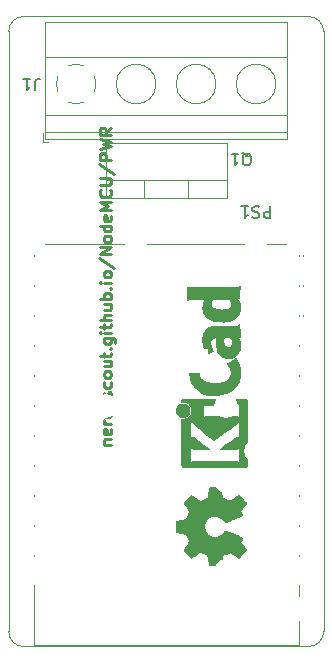
<source format=gbr>
%TF.GenerationSoftware,KiCad,Pcbnew,5.1.5+dfsg1-2~bpo10+1*%
%TF.CreationDate,2020-10-04T09:49:28+00:00*%
%TF.ProjectId,PWR,5057522e-6b69-4636-9164-5f7063625858,rev?*%
%TF.SameCoordinates,Original*%
%TF.FileFunction,Legend,Top*%
%TF.FilePolarity,Positive*%
%FSLAX45Y45*%
G04 Gerber Fmt 4.5, Leading zero omitted, Abs format (unit mm)*
G04 Created by KiCad (PCBNEW 5.1.5+dfsg1-2~bpo10+1) date 2020-10-04 09:49:28*
%MOMM*%
%LPD*%
G04 APERTURE LIST*
%ADD10C,0.250000*%
%ADD11C,0.120000*%
%ADD12C,0.010000*%
%ADD13C,0.150000*%
%ADD14O,2.000000X2.000000*%
%ADD15R,2.000000X2.000000*%
%ADD16R,2.100000X2.100000*%
%ADD17C,2.100000*%
%ADD18C,2.432000*%
%ADD19R,2.432000X2.432000*%
%ADD20O,2.100000X2.100000*%
%ADD21C,2.700000*%
%ADD22R,2.400000X2.700000*%
%ADD23C,2.000000*%
%ADD24O,2.305000X2.400000*%
%ADD25R,2.305000X2.400000*%
%ADD26C,3.000000*%
%ADD27R,3.000000X3.000000*%
G04 APERTURE END LIST*
D10*
X613571Y1074905D02*
X680238Y1074905D01*
X623095Y1074905D02*
X618333Y1079667D01*
X613571Y1089191D01*
X613571Y1103476D01*
X618333Y1113000D01*
X627857Y1117762D01*
X680238Y1117762D01*
X675476Y1203476D02*
X680238Y1193952D01*
X680238Y1174905D01*
X675476Y1165381D01*
X665952Y1160619D01*
X627857Y1160619D01*
X618333Y1165381D01*
X613571Y1174905D01*
X613571Y1193952D01*
X618333Y1203476D01*
X627857Y1208238D01*
X637381Y1208238D01*
X646905Y1160619D01*
X680238Y1251095D02*
X613571Y1251095D01*
X632619Y1251095D02*
X623095Y1255857D01*
X618333Y1260619D01*
X613571Y1270143D01*
X613571Y1279667D01*
X680238Y1355857D02*
X580238Y1355857D01*
X675476Y1355857D02*
X680238Y1346333D01*
X680238Y1327286D01*
X675476Y1317762D01*
X670714Y1313000D01*
X661190Y1308238D01*
X632619Y1308238D01*
X623095Y1313000D01*
X618333Y1317762D01*
X613571Y1327286D01*
X613571Y1346333D01*
X618333Y1355857D01*
X613571Y1393952D02*
X680238Y1417762D01*
X613571Y1441571D02*
X680238Y1417762D01*
X704048Y1408238D01*
X708809Y1403476D01*
X713571Y1393952D01*
X675476Y1474905D02*
X680238Y1484429D01*
X680238Y1503476D01*
X675476Y1513000D01*
X665952Y1517762D01*
X661190Y1517762D01*
X651667Y1513000D01*
X646905Y1503476D01*
X646905Y1489190D01*
X642143Y1479667D01*
X632619Y1474905D01*
X627857Y1474905D01*
X618333Y1479667D01*
X613571Y1489190D01*
X613571Y1503476D01*
X618333Y1513000D01*
X675476Y1603476D02*
X680238Y1593952D01*
X680238Y1574905D01*
X675476Y1565381D01*
X670714Y1560619D01*
X661190Y1555857D01*
X632619Y1555857D01*
X623095Y1560619D01*
X618333Y1565381D01*
X613571Y1574905D01*
X613571Y1593952D01*
X618333Y1603476D01*
X680238Y1660619D02*
X675476Y1651095D01*
X670714Y1646333D01*
X661190Y1641571D01*
X632619Y1641571D01*
X623095Y1646333D01*
X618333Y1651095D01*
X613571Y1660619D01*
X613571Y1674905D01*
X618333Y1684429D01*
X623095Y1689190D01*
X632619Y1693952D01*
X661190Y1693952D01*
X670714Y1689190D01*
X675476Y1684429D01*
X680238Y1674905D01*
X680238Y1660619D01*
X613571Y1779667D02*
X680238Y1779667D01*
X613571Y1736810D02*
X665952Y1736810D01*
X675476Y1741571D01*
X680238Y1751095D01*
X680238Y1765381D01*
X675476Y1774905D01*
X670714Y1779667D01*
X613571Y1813000D02*
X613571Y1851095D01*
X580238Y1827286D02*
X665952Y1827286D01*
X675476Y1832048D01*
X680238Y1841571D01*
X680238Y1851095D01*
X670714Y1884429D02*
X675476Y1889190D01*
X680238Y1884429D01*
X675476Y1879667D01*
X670714Y1884429D01*
X680238Y1884429D01*
X613571Y1974905D02*
X694524Y1974905D01*
X704048Y1970143D01*
X708809Y1965381D01*
X713571Y1955857D01*
X713571Y1941571D01*
X708809Y1932048D01*
X675476Y1974905D02*
X680238Y1965381D01*
X680238Y1946333D01*
X675476Y1936810D01*
X670714Y1932048D01*
X661190Y1927286D01*
X632619Y1927286D01*
X623095Y1932048D01*
X618333Y1936810D01*
X613571Y1946333D01*
X613571Y1965381D01*
X618333Y1974905D01*
X680238Y2022524D02*
X613571Y2022524D01*
X580238Y2022524D02*
X585000Y2017762D01*
X589762Y2022524D01*
X585000Y2027286D01*
X580238Y2022524D01*
X589762Y2022524D01*
X613571Y2055857D02*
X613571Y2093952D01*
X580238Y2070143D02*
X665952Y2070143D01*
X675476Y2074905D01*
X680238Y2084429D01*
X680238Y2093952D01*
X680238Y2127286D02*
X580238Y2127286D01*
X680238Y2170143D02*
X627857Y2170143D01*
X618333Y2165381D01*
X613571Y2155857D01*
X613571Y2141572D01*
X618333Y2132048D01*
X623095Y2127286D01*
X613571Y2260619D02*
X680238Y2260619D01*
X613571Y2217762D02*
X665952Y2217762D01*
X675476Y2222524D01*
X680238Y2232048D01*
X680238Y2246333D01*
X675476Y2255857D01*
X670714Y2260619D01*
X680238Y2308238D02*
X580238Y2308238D01*
X618333Y2308238D02*
X613571Y2317762D01*
X613571Y2336810D01*
X618333Y2346333D01*
X623095Y2351095D01*
X632619Y2355857D01*
X661190Y2355857D01*
X670714Y2351095D01*
X675476Y2346333D01*
X680238Y2336810D01*
X680238Y2317762D01*
X675476Y2308238D01*
X670714Y2398714D02*
X675476Y2403476D01*
X680238Y2398714D01*
X675476Y2393952D01*
X670714Y2398714D01*
X680238Y2398714D01*
X680238Y2446333D02*
X613571Y2446333D01*
X580238Y2446333D02*
X585000Y2441572D01*
X589762Y2446333D01*
X585000Y2451095D01*
X580238Y2446333D01*
X589762Y2446333D01*
X680238Y2508238D02*
X675476Y2498714D01*
X670714Y2493952D01*
X661190Y2489191D01*
X632619Y2489191D01*
X623095Y2493952D01*
X618333Y2498714D01*
X613571Y2508238D01*
X613571Y2522524D01*
X618333Y2532048D01*
X623095Y2536810D01*
X632619Y2541572D01*
X661190Y2541572D01*
X670714Y2536810D01*
X675476Y2532048D01*
X680238Y2522524D01*
X680238Y2508238D01*
X575476Y2655857D02*
X704048Y2570143D01*
X680238Y2689191D02*
X580238Y2689191D01*
X680238Y2746333D01*
X580238Y2746333D01*
X680238Y2808238D02*
X675476Y2798714D01*
X670714Y2793952D01*
X661190Y2789191D01*
X632619Y2789191D01*
X623095Y2793952D01*
X618333Y2798714D01*
X613571Y2808238D01*
X613571Y2822524D01*
X618333Y2832048D01*
X623095Y2836810D01*
X632619Y2841571D01*
X661190Y2841571D01*
X670714Y2836810D01*
X675476Y2832048D01*
X680238Y2822524D01*
X680238Y2808238D01*
X680238Y2927286D02*
X580238Y2927286D01*
X675476Y2927286D02*
X680238Y2917762D01*
X680238Y2898714D01*
X675476Y2889190D01*
X670714Y2884429D01*
X661190Y2879667D01*
X632619Y2879667D01*
X623095Y2884429D01*
X618333Y2889190D01*
X613571Y2898714D01*
X613571Y2917762D01*
X618333Y2927286D01*
X675476Y3013000D02*
X680238Y3003476D01*
X680238Y2984429D01*
X675476Y2974905D01*
X665952Y2970143D01*
X627857Y2970143D01*
X618333Y2974905D01*
X613571Y2984429D01*
X613571Y3003476D01*
X618333Y3013000D01*
X627857Y3017762D01*
X637381Y3017762D01*
X646905Y2970143D01*
X680238Y3060619D02*
X580238Y3060619D01*
X651667Y3093952D01*
X580238Y3127286D01*
X680238Y3127286D01*
X670714Y3232048D02*
X675476Y3227286D01*
X680238Y3213000D01*
X680238Y3203476D01*
X675476Y3189190D01*
X665952Y3179667D01*
X656429Y3174905D01*
X637381Y3170143D01*
X623095Y3170143D01*
X604048Y3174905D01*
X594524Y3179667D01*
X585000Y3189190D01*
X580238Y3203476D01*
X580238Y3213000D01*
X585000Y3227286D01*
X589762Y3232048D01*
X580238Y3274905D02*
X661190Y3274905D01*
X670714Y3279667D01*
X675476Y3284429D01*
X680238Y3293952D01*
X680238Y3313000D01*
X675476Y3322524D01*
X670714Y3327286D01*
X661190Y3332048D01*
X580238Y3332048D01*
X575476Y3451095D02*
X704048Y3365381D01*
X680238Y3484429D02*
X580238Y3484429D01*
X580238Y3522524D01*
X585000Y3532048D01*
X589762Y3536810D01*
X599286Y3541571D01*
X613571Y3541571D01*
X623095Y3536810D01*
X627857Y3532048D01*
X632619Y3522524D01*
X632619Y3484429D01*
X580238Y3574905D02*
X680238Y3598714D01*
X608810Y3617762D01*
X680238Y3636810D01*
X580238Y3660619D01*
X680238Y3755857D02*
X632619Y3722524D01*
X680238Y3698714D02*
X580238Y3698714D01*
X580238Y3736810D01*
X585000Y3746333D01*
X589762Y3751095D01*
X599286Y3755857D01*
X613571Y3755857D01*
X623095Y3751095D01*
X627857Y3746333D01*
X632619Y3736810D01*
X632619Y3698714D01*
D11*
X2476500Y-508000D02*
G75*
G02X2349500Y-635000I-127000J0D01*
G01*
X-190500Y4572000D02*
G75*
G02X-63500Y4699000I127000J0D01*
G01*
X-63500Y-635000D02*
G75*
G02X-190500Y-508000I0J127000D01*
G01*
X2349500Y4699000D02*
G75*
G02X2476500Y4572000I0J-127000D01*
G01*
X-190500Y4572000D02*
X-190500Y-508000D01*
X2349500Y4699000D02*
X-63500Y4699000D01*
X2476500Y-508000D02*
X2476500Y4572000D01*
X-63500Y-635000D02*
X2349500Y-635000D01*
X2300000Y2676500D02*
X2300000Y2076500D01*
X23000Y2773500D02*
X23000Y-620500D01*
X2267000Y2773500D02*
X2267000Y-620500D01*
X2267000Y-620500D02*
X23000Y-620500D01*
X23000Y2773500D02*
X2267000Y2773500D01*
D12*
G36*
X1227649Y1378392D02*
G01*
X1231224Y1388703D01*
X1236851Y1398302D01*
X1244529Y1406875D01*
X1254257Y1414107D01*
X1260389Y1417355D01*
X1268966Y1420167D01*
X1278868Y1421529D01*
X1289047Y1421379D01*
X1298271Y1419703D01*
X1309543Y1415124D01*
X1319321Y1408483D01*
X1327412Y1400119D01*
X1333623Y1390369D01*
X1337763Y1379570D01*
X1339640Y1368060D01*
X1339060Y1356177D01*
X1337821Y1350319D01*
X1333380Y1338903D01*
X1326603Y1328764D01*
X1317700Y1320146D01*
X1306879Y1313293D01*
X1305697Y1312714D01*
X1301263Y1310710D01*
X1297528Y1309451D01*
X1293588Y1308768D01*
X1288538Y1308490D01*
X1283043Y1308443D01*
X1276442Y1308520D01*
X1271669Y1308865D01*
X1267810Y1309652D01*
X1263951Y1311056D01*
X1260143Y1312788D01*
X1249333Y1319250D01*
X1240580Y1327207D01*
X1233884Y1336344D01*
X1229244Y1346346D01*
X1226658Y1356899D01*
X1226127Y1367686D01*
X1227649Y1378392D01*
G37*
X1227649Y1378392D02*
X1231224Y1388703D01*
X1236851Y1398302D01*
X1244529Y1406875D01*
X1254257Y1414107D01*
X1260389Y1417355D01*
X1268966Y1420167D01*
X1278868Y1421529D01*
X1289047Y1421379D01*
X1298271Y1419703D01*
X1309543Y1415124D01*
X1319321Y1408483D01*
X1327412Y1400119D01*
X1333623Y1390369D01*
X1337763Y1379570D01*
X1339640Y1368060D01*
X1339060Y1356177D01*
X1337821Y1350319D01*
X1333380Y1338903D01*
X1326603Y1328764D01*
X1317700Y1320146D01*
X1306879Y1313293D01*
X1305697Y1312714D01*
X1301263Y1310710D01*
X1297528Y1309451D01*
X1293588Y1308768D01*
X1288538Y1308490D01*
X1283043Y1308443D01*
X1276442Y1308520D01*
X1271669Y1308865D01*
X1267810Y1309652D01*
X1263951Y1311056D01*
X1260143Y1312788D01*
X1249333Y1319250D01*
X1240580Y1327207D01*
X1233884Y1336344D01*
X1229244Y1346346D01*
X1226658Y1356899D01*
X1226127Y1367686D01*
X1227649Y1378392D01*
G36*
X1319683Y2335227D02*
G01*
X1319730Y2346904D01*
X1319755Y2350873D01*
X1320114Y2405449D01*
X1529492Y2406135D01*
X1557884Y2406226D01*
X1583664Y2406306D01*
X1606965Y2406382D01*
X1627919Y2406457D01*
X1646662Y2406538D01*
X1663325Y2406629D01*
X1678042Y2406735D01*
X1690948Y2406862D01*
X1702174Y2407016D01*
X1711854Y2407200D01*
X1720123Y2407420D01*
X1727112Y2407682D01*
X1732956Y2407991D01*
X1737787Y2408351D01*
X1741740Y2408768D01*
X1744947Y2409247D01*
X1747542Y2409793D01*
X1749659Y2410412D01*
X1751430Y2411108D01*
X1752989Y2411887D01*
X1754469Y2412754D01*
X1756004Y2413714D01*
X1757728Y2414772D01*
X1758095Y2414988D01*
X1764303Y2418627D01*
X1763943Y2366043D01*
X1763584Y2313459D01*
X1752033Y2312773D01*
X1746490Y2312399D01*
X1743285Y2312010D01*
X1742013Y2311481D01*
X1742270Y2310690D01*
X1743002Y2310027D01*
X1745671Y2307137D01*
X1749102Y2302428D01*
X1752885Y2296562D01*
X1756609Y2290203D01*
X1759865Y2284015D01*
X1762008Y2279263D01*
X1765528Y2268132D01*
X1768022Y2255360D01*
X1769394Y2241890D01*
X1769549Y2228666D01*
X1768391Y2216631D01*
X1768357Y2216433D01*
X1764225Y2199964D01*
X1757641Y2184548D01*
X1748747Y2170333D01*
X1737685Y2157468D01*
X1724596Y2146101D01*
X1709622Y2136381D01*
X1692903Y2128457D01*
X1680519Y2124143D01*
X1670158Y2121298D01*
X1660125Y2119188D01*
X1649811Y2117749D01*
X1638606Y2116916D01*
X1625900Y2116625D01*
X1615525Y2116754D01*
X1615525Y2218065D01*
X1632922Y2218544D01*
X1647889Y2220057D01*
X1660560Y2222649D01*
X1671066Y2226366D01*
X1679541Y2231257D01*
X1686117Y2237366D01*
X1690766Y2244418D01*
X1692501Y2248087D01*
X1693542Y2251270D01*
X1694018Y2254818D01*
X1694060Y2259584D01*
X1693875Y2264719D01*
X1692984Y2274817D01*
X1691240Y2282804D01*
X1690366Y2285314D01*
X1687786Y2291045D01*
X1684545Y2297090D01*
X1682923Y2299730D01*
X1678420Y2306595D01*
X1535698Y2306595D01*
X1531172Y2299043D01*
X1526057Y2288512D01*
X1523032Y2277753D01*
X1522079Y2267158D01*
X1523181Y2257122D01*
X1526318Y2248039D01*
X1531474Y2240301D01*
X1533949Y2237804D01*
X1542058Y2231786D01*
X1551873Y2226915D01*
X1563564Y2223150D01*
X1577298Y2220451D01*
X1593244Y2218778D01*
X1611570Y2218088D01*
X1615525Y2218065D01*
X1615525Y2116754D01*
X1611207Y2116807D01*
X1588605Y2117965D01*
X1568219Y2120292D01*
X1549751Y2123850D01*
X1532905Y2128701D01*
X1517383Y2134906D01*
X1512781Y2137120D01*
X1497774Y2146039D01*
X1484438Y2156816D01*
X1472988Y2169199D01*
X1463639Y2182934D01*
X1456607Y2197768D01*
X1453706Y2206660D01*
X1451984Y2215393D01*
X1450959Y2225901D01*
X1450632Y2237303D01*
X1451001Y2248718D01*
X1452066Y2259265D01*
X1453737Y2267733D01*
X1457014Y2277813D01*
X1461228Y2287582D01*
X1465952Y2296130D01*
X1469158Y2300679D01*
X1471542Y2303817D01*
X1472994Y2306014D01*
X1473200Y2306514D01*
X1471872Y2306669D01*
X1468066Y2306814D01*
X1462052Y2306944D01*
X1454097Y2307058D01*
X1444471Y2307152D01*
X1433442Y2307223D01*
X1421278Y2307267D01*
X1408888Y2307281D01*
X1393020Y2307273D01*
X1379641Y2307234D01*
X1368496Y2307140D01*
X1359330Y2306968D01*
X1351885Y2306696D01*
X1345908Y2306300D01*
X1341140Y2305757D01*
X1337327Y2305044D01*
X1334213Y2304138D01*
X1331542Y2303017D01*
X1329058Y2301656D01*
X1326504Y2300033D01*
X1326188Y2299824D01*
X1322881Y2297731D01*
X1320607Y2296467D01*
X1320127Y2296297D01*
X1319976Y2297622D01*
X1319853Y2301400D01*
X1319760Y2307342D01*
X1319699Y2315154D01*
X1319673Y2324547D01*
X1319683Y2335227D01*
G37*
X1319683Y2335227D02*
X1319730Y2346904D01*
X1319755Y2350873D01*
X1320114Y2405449D01*
X1529492Y2406135D01*
X1557884Y2406226D01*
X1583664Y2406306D01*
X1606965Y2406382D01*
X1627919Y2406457D01*
X1646662Y2406538D01*
X1663325Y2406629D01*
X1678042Y2406735D01*
X1690948Y2406862D01*
X1702174Y2407016D01*
X1711854Y2407200D01*
X1720123Y2407420D01*
X1727112Y2407682D01*
X1732956Y2407991D01*
X1737787Y2408351D01*
X1741740Y2408768D01*
X1744947Y2409247D01*
X1747542Y2409793D01*
X1749659Y2410412D01*
X1751430Y2411108D01*
X1752989Y2411887D01*
X1754469Y2412754D01*
X1756004Y2413714D01*
X1757728Y2414772D01*
X1758095Y2414988D01*
X1764303Y2418627D01*
X1763943Y2366043D01*
X1763584Y2313459D01*
X1752033Y2312773D01*
X1746490Y2312399D01*
X1743285Y2312010D01*
X1742013Y2311481D01*
X1742270Y2310690D01*
X1743002Y2310027D01*
X1745671Y2307137D01*
X1749102Y2302428D01*
X1752885Y2296562D01*
X1756609Y2290203D01*
X1759865Y2284015D01*
X1762008Y2279263D01*
X1765528Y2268132D01*
X1768022Y2255360D01*
X1769394Y2241890D01*
X1769549Y2228666D01*
X1768391Y2216631D01*
X1768357Y2216433D01*
X1764225Y2199964D01*
X1757641Y2184548D01*
X1748747Y2170333D01*
X1737685Y2157468D01*
X1724596Y2146101D01*
X1709622Y2136381D01*
X1692903Y2128457D01*
X1680519Y2124143D01*
X1670158Y2121298D01*
X1660125Y2119188D01*
X1649811Y2117749D01*
X1638606Y2116916D01*
X1625900Y2116625D01*
X1615525Y2116754D01*
X1615525Y2218065D01*
X1632922Y2218544D01*
X1647889Y2220057D01*
X1660560Y2222649D01*
X1671066Y2226366D01*
X1679541Y2231257D01*
X1686117Y2237366D01*
X1690766Y2244418D01*
X1692501Y2248087D01*
X1693542Y2251270D01*
X1694018Y2254818D01*
X1694060Y2259584D01*
X1693875Y2264719D01*
X1692984Y2274817D01*
X1691240Y2282804D01*
X1690366Y2285314D01*
X1687786Y2291045D01*
X1684545Y2297090D01*
X1682923Y2299730D01*
X1678420Y2306595D01*
X1535698Y2306595D01*
X1531172Y2299043D01*
X1526057Y2288512D01*
X1523032Y2277753D01*
X1522079Y2267158D01*
X1523181Y2257122D01*
X1526318Y2248039D01*
X1531474Y2240301D01*
X1533949Y2237804D01*
X1542058Y2231786D01*
X1551873Y2226915D01*
X1563564Y2223150D01*
X1577298Y2220451D01*
X1593244Y2218778D01*
X1611570Y2218088D01*
X1615525Y2218065D01*
X1615525Y2116754D01*
X1611207Y2116807D01*
X1588605Y2117965D01*
X1568219Y2120292D01*
X1549751Y2123850D01*
X1532905Y2128701D01*
X1517383Y2134906D01*
X1512781Y2137120D01*
X1497774Y2146039D01*
X1484438Y2156816D01*
X1472988Y2169199D01*
X1463639Y2182934D01*
X1456607Y2197768D01*
X1453706Y2206660D01*
X1451984Y2215393D01*
X1450959Y2225901D01*
X1450632Y2237303D01*
X1451001Y2248718D01*
X1452066Y2259265D01*
X1453737Y2267733D01*
X1457014Y2277813D01*
X1461228Y2287582D01*
X1465952Y2296130D01*
X1469158Y2300679D01*
X1471542Y2303817D01*
X1472994Y2306014D01*
X1473200Y2306514D01*
X1471872Y2306669D01*
X1468066Y2306814D01*
X1462052Y2306944D01*
X1454097Y2307058D01*
X1444471Y2307152D01*
X1433442Y2307223D01*
X1421278Y2307267D01*
X1408888Y2307281D01*
X1393020Y2307273D01*
X1379641Y2307234D01*
X1368496Y2307140D01*
X1359330Y2306968D01*
X1351885Y2306696D01*
X1345908Y2306300D01*
X1341140Y2305757D01*
X1337327Y2305044D01*
X1334213Y2304138D01*
X1331542Y2303017D01*
X1329058Y2301656D01*
X1326504Y2300033D01*
X1326188Y2299824D01*
X1322881Y2297731D01*
X1320607Y2296467D01*
X1320127Y2296297D01*
X1319976Y2297622D01*
X1319853Y2301400D01*
X1319760Y2307342D01*
X1319699Y2315154D01*
X1319673Y2324547D01*
X1319683Y2335227D01*
G36*
X1450423Y1967750D02*
G01*
X1450938Y1974553D01*
X1453527Y1994016D01*
X1457657Y2011253D01*
X1463385Y2026347D01*
X1470767Y2039382D01*
X1479861Y2050443D01*
X1490722Y2059613D01*
X1503408Y2066977D01*
X1517135Y2072354D01*
X1521514Y2073719D01*
X1525614Y2074907D01*
X1529657Y2075933D01*
X1533863Y2076811D01*
X1538453Y2077555D01*
X1543648Y2078178D01*
X1549668Y2078695D01*
X1556735Y2079120D01*
X1565069Y2079466D01*
X1574890Y2079748D01*
X1586420Y2079980D01*
X1599880Y2080176D01*
X1615489Y2080349D01*
X1633469Y2080514D01*
X1647568Y2080632D01*
X1744362Y2081427D01*
X1753677Y2086576D01*
X1758164Y2089014D01*
X1761650Y2090828D01*
X1763505Y2091693D01*
X1763631Y2091724D01*
X1763775Y2090401D01*
X1763907Y2086633D01*
X1764025Y2080718D01*
X1764124Y2072959D01*
X1764200Y2063654D01*
X1764250Y2053103D01*
X1764270Y2041608D01*
X1764270Y2040238D01*
X1764270Y1988751D01*
X1752600Y1988751D01*
X1747326Y1988663D01*
X1743293Y1988429D01*
X1741130Y1988092D01*
X1740930Y1987943D01*
X1741768Y1986580D01*
X1743969Y1983776D01*
X1747060Y1980130D01*
X1747132Y1980048D01*
X1752084Y1973396D01*
X1757057Y1964995D01*
X1761563Y1955794D01*
X1765111Y1946742D01*
X1766324Y1942757D01*
X1767864Y1934825D01*
X1768846Y1925093D01*
X1769258Y1914452D01*
X1769084Y1903791D01*
X1768311Y1894002D01*
X1767198Y1887151D01*
X1762265Y1870352D01*
X1755234Y1855228D01*
X1746193Y1841878D01*
X1735229Y1830401D01*
X1722430Y1820894D01*
X1707882Y1813456D01*
X1699054Y1810247D01*
X1690474Y1808236D01*
X1680174Y1806904D01*
X1669103Y1806287D01*
X1667492Y1806307D01*
X1667492Y1899165D01*
X1675718Y1899935D01*
X1682555Y1902499D01*
X1688897Y1907238D01*
X1690757Y1909058D01*
X1695785Y1915528D01*
X1699006Y1923007D01*
X1700565Y1931966D01*
X1700680Y1941401D01*
X1699922Y1950350D01*
X1698439Y1957202D01*
X1697325Y1960177D01*
X1694290Y1965541D01*
X1690022Y1971223D01*
X1685232Y1976408D01*
X1680630Y1980278D01*
X1678942Y1981305D01*
X1676578Y1982104D01*
X1672817Y1982672D01*
X1667298Y1983036D01*
X1659664Y1983221D01*
X1652398Y1983259D01*
X1643927Y1983233D01*
X1637802Y1983129D01*
X1633623Y1982904D01*
X1630990Y1982521D01*
X1629503Y1981936D01*
X1628764Y1981112D01*
X1628646Y1980857D01*
X1628283Y1978640D01*
X1627987Y1974268D01*
X1627783Y1968331D01*
X1627698Y1961420D01*
X1627698Y1959919D01*
X1627846Y1950680D01*
X1628284Y1943543D01*
X1629074Y1937872D01*
X1630227Y1933187D01*
X1634621Y1921567D01*
X1640024Y1912454D01*
X1646522Y1905770D01*
X1654200Y1901436D01*
X1663147Y1899373D01*
X1667492Y1899165D01*
X1667492Y1806307D01*
X1658213Y1806424D01*
X1648454Y1807353D01*
X1644510Y1808078D01*
X1629870Y1812704D01*
X1616399Y1819738D01*
X1604228Y1829048D01*
X1593485Y1840501D01*
X1584299Y1853964D01*
X1576800Y1869304D01*
X1572246Y1882346D01*
X1569853Y1891062D01*
X1567994Y1899400D01*
X1566608Y1907898D01*
X1565635Y1917096D01*
X1565014Y1927536D01*
X1564685Y1939757D01*
X1564592Y1950805D01*
X1564503Y1983568D01*
X1554655Y1982940D01*
X1543969Y1981158D01*
X1534785Y1977367D01*
X1527331Y1971728D01*
X1521836Y1964403D01*
X1519155Y1957953D01*
X1517465Y1948712D01*
X1517223Y1937711D01*
X1518338Y1925466D01*
X1520721Y1912491D01*
X1524283Y1899304D01*
X1528934Y1886420D01*
X1533188Y1877057D01*
X1535373Y1872552D01*
X1536898Y1869116D01*
X1537494Y1867368D01*
X1537475Y1867273D01*
X1536141Y1866670D01*
X1532607Y1865164D01*
X1527210Y1862898D01*
X1520290Y1860011D01*
X1512184Y1856648D01*
X1503912Y1853228D01*
X1470780Y1839559D01*
X1469183Y1849282D01*
X1468382Y1853496D01*
X1467036Y1859832D01*
X1465268Y1867746D01*
X1463200Y1876695D01*
X1460953Y1886137D01*
X1460040Y1889897D01*
X1456267Y1906164D01*
X1453439Y1920405D01*
X1451497Y1933153D01*
X1450385Y1944938D01*
X1450046Y1956294D01*
X1450423Y1967750D01*
G37*
X1450423Y1967750D02*
X1450938Y1974553D01*
X1453527Y1994016D01*
X1457657Y2011253D01*
X1463385Y2026347D01*
X1470767Y2039382D01*
X1479861Y2050443D01*
X1490722Y2059613D01*
X1503408Y2066977D01*
X1517135Y2072354D01*
X1521514Y2073719D01*
X1525614Y2074907D01*
X1529657Y2075933D01*
X1533863Y2076811D01*
X1538453Y2077555D01*
X1543648Y2078178D01*
X1549668Y2078695D01*
X1556735Y2079120D01*
X1565069Y2079466D01*
X1574890Y2079748D01*
X1586420Y2079980D01*
X1599880Y2080176D01*
X1615489Y2080349D01*
X1633469Y2080514D01*
X1647568Y2080632D01*
X1744362Y2081427D01*
X1753677Y2086576D01*
X1758164Y2089014D01*
X1761650Y2090828D01*
X1763505Y2091693D01*
X1763631Y2091724D01*
X1763775Y2090401D01*
X1763907Y2086633D01*
X1764025Y2080718D01*
X1764124Y2072959D01*
X1764200Y2063654D01*
X1764250Y2053103D01*
X1764270Y2041608D01*
X1764270Y2040238D01*
X1764270Y1988751D01*
X1752600Y1988751D01*
X1747326Y1988663D01*
X1743293Y1988429D01*
X1741130Y1988092D01*
X1740930Y1987943D01*
X1741768Y1986580D01*
X1743969Y1983776D01*
X1747060Y1980130D01*
X1747132Y1980048D01*
X1752084Y1973396D01*
X1757057Y1964995D01*
X1761563Y1955794D01*
X1765111Y1946742D01*
X1766324Y1942757D01*
X1767864Y1934825D01*
X1768846Y1925093D01*
X1769258Y1914452D01*
X1769084Y1903791D01*
X1768311Y1894002D01*
X1767198Y1887151D01*
X1762265Y1870352D01*
X1755234Y1855228D01*
X1746193Y1841878D01*
X1735229Y1830401D01*
X1722430Y1820894D01*
X1707882Y1813456D01*
X1699054Y1810247D01*
X1690474Y1808236D01*
X1680174Y1806904D01*
X1669103Y1806287D01*
X1667492Y1806307D01*
X1667492Y1899165D01*
X1675718Y1899935D01*
X1682555Y1902499D01*
X1688897Y1907238D01*
X1690757Y1909058D01*
X1695785Y1915528D01*
X1699006Y1923007D01*
X1700565Y1931966D01*
X1700680Y1941401D01*
X1699922Y1950350D01*
X1698439Y1957202D01*
X1697325Y1960177D01*
X1694290Y1965541D01*
X1690022Y1971223D01*
X1685232Y1976408D01*
X1680630Y1980278D01*
X1678942Y1981305D01*
X1676578Y1982104D01*
X1672817Y1982672D01*
X1667298Y1983036D01*
X1659664Y1983221D01*
X1652398Y1983259D01*
X1643927Y1983233D01*
X1637802Y1983129D01*
X1633623Y1982904D01*
X1630990Y1982521D01*
X1629503Y1981936D01*
X1628764Y1981112D01*
X1628646Y1980857D01*
X1628283Y1978640D01*
X1627987Y1974268D01*
X1627783Y1968331D01*
X1627698Y1961420D01*
X1627698Y1959919D01*
X1627846Y1950680D01*
X1628284Y1943543D01*
X1629074Y1937872D01*
X1630227Y1933187D01*
X1634621Y1921567D01*
X1640024Y1912454D01*
X1646522Y1905770D01*
X1654200Y1901436D01*
X1663147Y1899373D01*
X1667492Y1899165D01*
X1667492Y1806307D01*
X1658213Y1806424D01*
X1648454Y1807353D01*
X1644510Y1808078D01*
X1629870Y1812704D01*
X1616399Y1819738D01*
X1604228Y1829048D01*
X1593485Y1840501D01*
X1584299Y1853964D01*
X1576800Y1869304D01*
X1572246Y1882346D01*
X1569853Y1891062D01*
X1567994Y1899400D01*
X1566608Y1907898D01*
X1565635Y1917096D01*
X1565014Y1927536D01*
X1564685Y1939757D01*
X1564592Y1950805D01*
X1564503Y1983568D01*
X1554655Y1982940D01*
X1543969Y1981158D01*
X1534785Y1977367D01*
X1527331Y1971728D01*
X1521836Y1964403D01*
X1519155Y1957953D01*
X1517465Y1948712D01*
X1517223Y1937711D01*
X1518338Y1925466D01*
X1520721Y1912491D01*
X1524283Y1899304D01*
X1528934Y1886420D01*
X1533188Y1877057D01*
X1535373Y1872552D01*
X1536898Y1869116D01*
X1537494Y1867368D01*
X1537475Y1867273D01*
X1536141Y1866670D01*
X1532607Y1865164D01*
X1527210Y1862898D01*
X1520290Y1860011D01*
X1512184Y1856648D01*
X1503912Y1853228D01*
X1470780Y1839559D01*
X1469183Y1849282D01*
X1468382Y1853496D01*
X1467036Y1859832D01*
X1465268Y1867746D01*
X1463200Y1876695D01*
X1460953Y1886137D01*
X1460040Y1889897D01*
X1456267Y1906164D01*
X1453439Y1920405D01*
X1451497Y1933153D01*
X1450385Y1944938D01*
X1450046Y1956294D01*
X1450423Y1967750D01*
G36*
X1340050Y1694996D02*
G01*
X1341671Y1709801D01*
X1344572Y1724145D01*
X1348905Y1738611D01*
X1354820Y1753782D01*
X1362470Y1770243D01*
X1363952Y1773207D01*
X1367303Y1780010D01*
X1370321Y1786426D01*
X1372717Y1791821D01*
X1374202Y1795564D01*
X1374390Y1796139D01*
X1376040Y1801649D01*
X1411920Y1776985D01*
X1420689Y1770955D01*
X1428701Y1765442D01*
X1435684Y1760634D01*
X1441365Y1756717D01*
X1445472Y1753879D01*
X1447735Y1752309D01*
X1448093Y1752054D01*
X1447344Y1751017D01*
X1445092Y1748466D01*
X1441746Y1744856D01*
X1439855Y1742864D01*
X1430878Y1731577D01*
X1424056Y1718901D01*
X1420319Y1707978D01*
X1419146Y1701421D01*
X1418431Y1693212D01*
X1418187Y1684314D01*
X1418429Y1675696D01*
X1419168Y1668320D01*
X1419735Y1665378D01*
X1424298Y1652113D01*
X1431266Y1640161D01*
X1440626Y1629528D01*
X1452365Y1620225D01*
X1466470Y1612260D01*
X1482929Y1605643D01*
X1501728Y1600381D01*
X1517822Y1597253D01*
X1524926Y1596437D01*
X1534105Y1595881D01*
X1544697Y1595580D01*
X1556043Y1595528D01*
X1567485Y1595720D01*
X1578362Y1596150D01*
X1588014Y1596814D01*
X1595783Y1597705D01*
X1596982Y1597898D01*
X1616289Y1602150D01*
X1633377Y1607943D01*
X1648322Y1615313D01*
X1661201Y1624295D01*
X1668164Y1630671D01*
X1677617Y1642129D01*
X1684625Y1654694D01*
X1689148Y1668156D01*
X1691148Y1682301D01*
X1690588Y1696918D01*
X1687430Y1711795D01*
X1684339Y1720591D01*
X1678151Y1732763D01*
X1669273Y1745308D01*
X1663269Y1752335D01*
X1659795Y1756281D01*
X1657245Y1759381D01*
X1656017Y1761146D01*
X1655979Y1761365D01*
X1657235Y1762152D01*
X1660552Y1764193D01*
X1665646Y1767313D01*
X1672233Y1771339D01*
X1680029Y1776096D01*
X1688749Y1781410D01*
X1693607Y1784369D01*
X1730721Y1806965D01*
X1744664Y1778753D01*
X1749672Y1768552D01*
X1753621Y1760289D01*
X1756707Y1753458D01*
X1759127Y1747554D01*
X1761076Y1742071D01*
X1762750Y1736506D01*
X1764346Y1730352D01*
X1765748Y1724454D01*
X1766833Y1719211D01*
X1767653Y1713729D01*
X1768253Y1707457D01*
X1768679Y1699848D01*
X1768977Y1690352D01*
X1769105Y1683951D01*
X1769193Y1674819D01*
X1769149Y1666063D01*
X1768985Y1658261D01*
X1768715Y1651994D01*
X1768350Y1647841D01*
X1768314Y1647595D01*
X1763649Y1626030D01*
X1756573Y1605779D01*
X1747091Y1586849D01*
X1735209Y1569248D01*
X1720930Y1552982D01*
X1704259Y1538058D01*
X1689443Y1527250D01*
X1670050Y1515743D01*
X1649570Y1506442D01*
X1627838Y1499301D01*
X1604691Y1494276D01*
X1579964Y1491320D01*
X1554856Y1490389D01*
X1530567Y1491155D01*
X1508157Y1493561D01*
X1487248Y1497685D01*
X1467461Y1503603D01*
X1448420Y1511390D01*
X1446447Y1512320D01*
X1428006Y1522565D01*
X1410458Y1535147D01*
X1394165Y1549711D01*
X1379491Y1565900D01*
X1366800Y1583358D01*
X1357491Y1599624D01*
X1350199Y1616057D01*
X1344917Y1632525D01*
X1341502Y1649665D01*
X1339808Y1668115D01*
X1339558Y1679146D01*
X1340050Y1694996D01*
G37*
X1340050Y1694996D02*
X1341671Y1709801D01*
X1344572Y1724145D01*
X1348905Y1738611D01*
X1354820Y1753782D01*
X1362470Y1770243D01*
X1363952Y1773207D01*
X1367303Y1780010D01*
X1370321Y1786426D01*
X1372717Y1791821D01*
X1374202Y1795564D01*
X1374390Y1796139D01*
X1376040Y1801649D01*
X1411920Y1776985D01*
X1420689Y1770955D01*
X1428701Y1765442D01*
X1435684Y1760634D01*
X1441365Y1756717D01*
X1445472Y1753879D01*
X1447735Y1752309D01*
X1448093Y1752054D01*
X1447344Y1751017D01*
X1445092Y1748466D01*
X1441746Y1744856D01*
X1439855Y1742864D01*
X1430878Y1731577D01*
X1424056Y1718901D01*
X1420319Y1707978D01*
X1419146Y1701421D01*
X1418431Y1693212D01*
X1418187Y1684314D01*
X1418429Y1675696D01*
X1419168Y1668320D01*
X1419735Y1665378D01*
X1424298Y1652113D01*
X1431266Y1640161D01*
X1440626Y1629528D01*
X1452365Y1620225D01*
X1466470Y1612260D01*
X1482929Y1605643D01*
X1501728Y1600381D01*
X1517822Y1597253D01*
X1524926Y1596437D01*
X1534105Y1595881D01*
X1544697Y1595580D01*
X1556043Y1595528D01*
X1567485Y1595720D01*
X1578362Y1596150D01*
X1588014Y1596814D01*
X1595783Y1597705D01*
X1596982Y1597898D01*
X1616289Y1602150D01*
X1633377Y1607943D01*
X1648322Y1615313D01*
X1661201Y1624295D01*
X1668164Y1630671D01*
X1677617Y1642129D01*
X1684625Y1654694D01*
X1689148Y1668156D01*
X1691148Y1682301D01*
X1690588Y1696918D01*
X1687430Y1711795D01*
X1684339Y1720591D01*
X1678151Y1732763D01*
X1669273Y1745308D01*
X1663269Y1752335D01*
X1659795Y1756281D01*
X1657245Y1759381D01*
X1656017Y1761146D01*
X1655979Y1761365D01*
X1657235Y1762152D01*
X1660552Y1764193D01*
X1665646Y1767313D01*
X1672233Y1771339D01*
X1680029Y1776096D01*
X1688749Y1781410D01*
X1693607Y1784369D01*
X1730721Y1806965D01*
X1744664Y1778753D01*
X1749672Y1768552D01*
X1753621Y1760289D01*
X1756707Y1753458D01*
X1759127Y1747554D01*
X1761076Y1742071D01*
X1762750Y1736506D01*
X1764346Y1730352D01*
X1765748Y1724454D01*
X1766833Y1719211D01*
X1767653Y1713729D01*
X1768253Y1707457D01*
X1768679Y1699848D01*
X1768977Y1690352D01*
X1769105Y1683951D01*
X1769193Y1674819D01*
X1769149Y1666063D01*
X1768985Y1658261D01*
X1768715Y1651994D01*
X1768350Y1647841D01*
X1768314Y1647595D01*
X1763649Y1626030D01*
X1756573Y1605779D01*
X1747091Y1586849D01*
X1735209Y1569248D01*
X1720930Y1552982D01*
X1704259Y1538058D01*
X1689443Y1527250D01*
X1670050Y1515743D01*
X1649570Y1506442D01*
X1627838Y1499301D01*
X1604691Y1494276D01*
X1579964Y1491320D01*
X1554856Y1490389D01*
X1530567Y1491155D01*
X1508157Y1493561D01*
X1487248Y1497685D01*
X1467461Y1503603D01*
X1448420Y1511390D01*
X1446447Y1512320D01*
X1428006Y1522565D01*
X1410458Y1535147D01*
X1394165Y1549711D01*
X1379491Y1565900D01*
X1366800Y1583358D01*
X1357491Y1599624D01*
X1350199Y1616057D01*
X1344917Y1632525D01*
X1341502Y1649665D01*
X1339808Y1668115D01*
X1339558Y1679146D01*
X1340050Y1694996D01*
G36*
X1271369Y1055426D02*
G01*
X1271373Y1081878D01*
X1271373Y1094191D01*
X1271373Y1291281D01*
X1282991Y1291281D01*
X1297129Y1292521D01*
X1310168Y1296264D01*
X1322186Y1302542D01*
X1333260Y1311391D01*
X1336251Y1314384D01*
X1344735Y1325153D01*
X1350922Y1337028D01*
X1354816Y1349654D01*
X1356419Y1362680D01*
X1355734Y1375754D01*
X1352764Y1388521D01*
X1347512Y1400630D01*
X1339980Y1411729D01*
X1335436Y1416713D01*
X1324295Y1426002D01*
X1312044Y1432813D01*
X1298822Y1437087D01*
X1284769Y1438765D01*
X1283387Y1438788D01*
X1271373Y1438876D01*
X1271373Y1444156D01*
X1272009Y1448840D01*
X1273556Y1453118D01*
X1273715Y1453401D01*
X1274217Y1454367D01*
X1274607Y1455255D01*
X1275001Y1456066D01*
X1275511Y1456806D01*
X1276251Y1457475D01*
X1277335Y1458079D01*
X1278877Y1458620D01*
X1280991Y1459101D01*
X1283790Y1459525D01*
X1287388Y1459897D01*
X1291899Y1460218D01*
X1297436Y1460492D01*
X1304114Y1460723D01*
X1312045Y1460913D01*
X1321345Y1461066D01*
X1332126Y1461185D01*
X1344502Y1461273D01*
X1358587Y1461333D01*
X1374495Y1461369D01*
X1392340Y1461383D01*
X1412234Y1461380D01*
X1434293Y1461362D01*
X1458629Y1461332D01*
X1485357Y1461294D01*
X1514590Y1461251D01*
X1546442Y1461205D01*
X1550323Y1461200D01*
X1582378Y1461160D01*
X1611801Y1461125D01*
X1638706Y1461093D01*
X1663205Y1461060D01*
X1685414Y1461022D01*
X1705445Y1460976D01*
X1723412Y1460917D01*
X1739429Y1460843D01*
X1753610Y1460749D01*
X1766068Y1460633D01*
X1776917Y1460489D01*
X1786271Y1460316D01*
X1794243Y1460108D01*
X1800947Y1459862D01*
X1806497Y1459576D01*
X1811007Y1459244D01*
X1814589Y1458864D01*
X1817359Y1458431D01*
X1819429Y1457942D01*
X1820914Y1457394D01*
X1821926Y1456783D01*
X1822580Y1456105D01*
X1822989Y1455356D01*
X1823268Y1454533D01*
X1823529Y1453633D01*
X1823886Y1452650D01*
X1823995Y1452411D01*
X1824240Y1451656D01*
X1824464Y1450394D01*
X1824670Y1448514D01*
X1824857Y1445905D01*
X1825027Y1442458D01*
X1825180Y1438061D01*
X1825318Y1432606D01*
X1825440Y1425981D01*
X1825548Y1418077D01*
X1825643Y1408784D01*
X1825725Y1397990D01*
X1825795Y1385586D01*
X1825854Y1371462D01*
X1825902Y1355508D01*
X1825942Y1337613D01*
X1825972Y1317667D01*
X1825995Y1295560D01*
X1826011Y1271181D01*
X1826020Y1244421D01*
X1826024Y1215170D01*
X1826024Y1183316D01*
X1826023Y1172998D01*
X1826018Y1140438D01*
X1826009Y1110512D01*
X1825996Y1083109D01*
X1825978Y1058118D01*
X1825955Y1035426D01*
X1825924Y1014923D01*
X1825886Y996496D01*
X1825839Y980035D01*
X1825783Y965427D01*
X1825716Y952562D01*
X1825639Y941328D01*
X1825549Y931613D01*
X1825446Y923305D01*
X1825330Y916294D01*
X1825199Y910467D01*
X1825052Y905713D01*
X1824890Y901921D01*
X1824709Y898979D01*
X1824511Y896775D01*
X1824294Y895199D01*
X1824056Y894138D01*
X1823839Y893560D01*
X1823406Y892532D01*
X1823086Y891588D01*
X1822766Y890724D01*
X1822334Y889938D01*
X1821674Y889225D01*
X1820675Y888582D01*
X1819221Y888005D01*
X1817200Y887491D01*
X1814498Y887036D01*
X1811002Y886636D01*
X1806598Y886289D01*
X1801172Y885990D01*
X1794612Y885735D01*
X1786802Y885522D01*
X1777631Y885347D01*
X1766984Y885205D01*
X1762897Y885168D01*
X1762897Y921812D01*
X1762897Y1051327D01*
X1759122Y1048835D01*
X1755242Y1046355D01*
X1751547Y1044256D01*
X1747779Y1042506D01*
X1743679Y1041077D01*
X1738988Y1039938D01*
X1733449Y1039059D01*
X1726802Y1038410D01*
X1718788Y1037962D01*
X1709150Y1037685D01*
X1697629Y1037549D01*
X1683966Y1037523D01*
X1667902Y1037579D01*
X1661938Y1037611D01*
X1598004Y1037967D01*
X1653145Y1078470D01*
X1668788Y1089945D01*
X1682409Y1099886D01*
X1694189Y1108401D01*
X1704308Y1115598D01*
X1712948Y1121583D01*
X1720287Y1126465D01*
X1726508Y1130351D01*
X1731789Y1133347D01*
X1736312Y1135561D01*
X1740258Y1137101D01*
X1743806Y1138073D01*
X1747137Y1138586D01*
X1750431Y1138747D01*
X1753870Y1138662D01*
X1754302Y1138641D01*
X1762903Y1138195D01*
X1762897Y1280131D01*
X1752252Y1269574D01*
X1749341Y1266709D01*
X1746508Y1263991D01*
X1743597Y1261301D01*
X1740452Y1258520D01*
X1736917Y1255528D01*
X1732835Y1252205D01*
X1728051Y1248434D01*
X1722408Y1244094D01*
X1715749Y1239066D01*
X1707919Y1233231D01*
X1698762Y1226470D01*
X1688120Y1218663D01*
X1675839Y1209691D01*
X1661760Y1199435D01*
X1645730Y1187776D01*
X1632580Y1178219D01*
X1616060Y1166225D01*
X1601615Y1155762D01*
X1589109Y1146735D01*
X1578405Y1139050D01*
X1569365Y1132611D01*
X1561853Y1127324D01*
X1555730Y1123094D01*
X1550861Y1119826D01*
X1547107Y1117426D01*
X1544332Y1115799D01*
X1542399Y1114849D01*
X1541170Y1114483D01*
X1540524Y1114593D01*
X1538805Y1115928D01*
X1535165Y1118813D01*
X1529822Y1123076D01*
X1522992Y1128542D01*
X1514890Y1135036D01*
X1505734Y1142384D01*
X1495739Y1150413D01*
X1485122Y1158949D01*
X1474100Y1167816D01*
X1462888Y1176841D01*
X1456724Y1181806D01*
X1456724Y1305063D01*
X1465992Y1310185D01*
X1475259Y1315308D01*
X1744362Y1315308D01*
X1753630Y1310185D01*
X1762897Y1305063D01*
X1762897Y1365660D01*
X1762893Y1380127D01*
X1762874Y1392076D01*
X1762831Y1401736D01*
X1762754Y1409336D01*
X1762633Y1415104D01*
X1762459Y1419270D01*
X1762223Y1422061D01*
X1761915Y1423706D01*
X1761525Y1424435D01*
X1761044Y1424474D01*
X1760462Y1424054D01*
X1760457Y1424050D01*
X1757953Y1422319D01*
X1753881Y1420026D01*
X1749817Y1418002D01*
X1741616Y1414162D01*
X1456724Y1413379D01*
X1456724Y1305063D01*
X1456724Y1181806D01*
X1451702Y1185851D01*
X1440760Y1194670D01*
X1430278Y1203125D01*
X1420471Y1211041D01*
X1411557Y1218244D01*
X1403750Y1224561D01*
X1397269Y1229817D01*
X1392329Y1233838D01*
X1389449Y1236200D01*
X1378678Y1245371D01*
X1368958Y1254194D01*
X1360608Y1262360D01*
X1353945Y1269559D01*
X1349860Y1274668D01*
X1345514Y1280709D01*
X1345514Y1141770D01*
X1353667Y1141809D01*
X1359661Y1141421D01*
X1365218Y1139961D01*
X1370486Y1137701D01*
X1373462Y1136232D01*
X1376410Y1134653D01*
X1379528Y1132819D01*
X1383009Y1130586D01*
X1387051Y1127809D01*
X1391849Y1124345D01*
X1397598Y1120049D01*
X1404494Y1114777D01*
X1412734Y1108385D01*
X1422512Y1100728D01*
X1434025Y1091662D01*
X1447469Y1081043D01*
X1448986Y1079843D01*
X1501941Y1037967D01*
X1443292Y1037562D01*
X1425725Y1037480D01*
X1410853Y1037498D01*
X1398627Y1037615D01*
X1388999Y1037833D01*
X1381918Y1038153D01*
X1377337Y1038574D01*
X1376468Y1038716D01*
X1367314Y1040941D01*
X1359061Y1043856D01*
X1352425Y1047182D01*
X1349611Y1049180D01*
X1345514Y1052628D01*
X1345514Y987209D01*
X1345527Y971603D01*
X1345570Y958553D01*
X1345649Y947869D01*
X1345768Y939360D01*
X1345932Y932836D01*
X1346146Y928108D01*
X1346416Y924984D01*
X1346746Y923275D01*
X1347142Y922791D01*
X1347230Y922825D01*
X1349323Y924211D01*
X1352641Y926527D01*
X1354319Y927725D01*
X1355994Y928963D01*
X1357492Y930076D01*
X1358959Y931071D01*
X1360545Y931955D01*
X1362396Y932734D01*
X1364659Y933416D01*
X1367481Y934008D01*
X1371011Y934517D01*
X1375396Y934950D01*
X1380782Y935313D01*
X1387318Y935614D01*
X1395150Y935860D01*
X1404427Y936058D01*
X1415295Y936214D01*
X1427901Y936337D01*
X1442394Y936432D01*
X1458921Y936507D01*
X1477628Y936569D01*
X1498663Y936625D01*
X1522175Y936681D01*
X1543774Y936734D01*
X1567853Y936784D01*
X1590827Y936810D01*
X1612549Y936813D01*
X1632872Y936793D01*
X1651650Y936751D01*
X1668734Y936688D01*
X1683980Y936604D01*
X1697240Y936501D01*
X1708368Y936378D01*
X1717216Y936237D01*
X1723637Y936077D01*
X1727486Y935901D01*
X1727893Y935868D01*
X1737225Y934653D01*
X1744719Y932757D01*
X1751259Y929870D01*
X1757729Y925681D01*
X1758435Y925157D01*
X1762897Y921812D01*
X1762897Y885168D01*
X1754748Y885095D01*
X1740809Y885011D01*
X1725054Y884950D01*
X1707369Y884909D01*
X1687641Y884885D01*
X1665756Y884873D01*
X1641601Y884870D01*
X1615061Y884873D01*
X1586025Y884878D01*
X1554377Y884881D01*
X1548095Y884881D01*
X1516114Y884883D01*
X1486766Y884889D01*
X1459939Y884900D01*
X1435520Y884917D01*
X1413396Y884940D01*
X1393454Y884972D01*
X1375582Y885011D01*
X1359667Y885061D01*
X1345597Y885120D01*
X1333258Y885191D01*
X1322538Y885274D01*
X1313324Y885369D01*
X1305504Y885479D01*
X1298964Y885603D01*
X1293593Y885742D01*
X1289277Y885898D01*
X1285904Y886071D01*
X1283361Y886263D01*
X1281535Y886473D01*
X1280313Y886703D01*
X1279584Y886954D01*
X1279566Y886964D01*
X1278452Y887481D01*
X1277443Y887911D01*
X1276535Y888388D01*
X1275721Y889042D01*
X1274998Y890006D01*
X1274359Y891413D01*
X1273799Y893394D01*
X1273313Y896081D01*
X1272897Y899607D01*
X1272544Y904103D01*
X1272249Y909703D01*
X1272008Y916537D01*
X1271814Y924739D01*
X1271664Y934439D01*
X1271551Y945772D01*
X1271470Y958868D01*
X1271417Y973859D01*
X1271385Y990879D01*
X1271370Y1010058D01*
X1271366Y1031530D01*
X1271369Y1055426D01*
G37*
X1271369Y1055426D02*
X1271373Y1081878D01*
X1271373Y1094191D01*
X1271373Y1291281D01*
X1282991Y1291281D01*
X1297129Y1292521D01*
X1310168Y1296264D01*
X1322186Y1302542D01*
X1333260Y1311391D01*
X1336251Y1314384D01*
X1344735Y1325153D01*
X1350922Y1337028D01*
X1354816Y1349654D01*
X1356419Y1362680D01*
X1355734Y1375754D01*
X1352764Y1388521D01*
X1347512Y1400630D01*
X1339980Y1411729D01*
X1335436Y1416713D01*
X1324295Y1426002D01*
X1312044Y1432813D01*
X1298822Y1437087D01*
X1284769Y1438765D01*
X1283387Y1438788D01*
X1271373Y1438876D01*
X1271373Y1444156D01*
X1272009Y1448840D01*
X1273556Y1453118D01*
X1273715Y1453401D01*
X1274217Y1454367D01*
X1274607Y1455255D01*
X1275001Y1456066D01*
X1275511Y1456806D01*
X1276251Y1457475D01*
X1277335Y1458079D01*
X1278877Y1458620D01*
X1280991Y1459101D01*
X1283790Y1459525D01*
X1287388Y1459897D01*
X1291899Y1460218D01*
X1297436Y1460492D01*
X1304114Y1460723D01*
X1312045Y1460913D01*
X1321345Y1461066D01*
X1332126Y1461185D01*
X1344502Y1461273D01*
X1358587Y1461333D01*
X1374495Y1461369D01*
X1392340Y1461383D01*
X1412234Y1461380D01*
X1434293Y1461362D01*
X1458629Y1461332D01*
X1485357Y1461294D01*
X1514590Y1461251D01*
X1546442Y1461205D01*
X1550323Y1461200D01*
X1582378Y1461160D01*
X1611801Y1461125D01*
X1638706Y1461093D01*
X1663205Y1461060D01*
X1685414Y1461022D01*
X1705445Y1460976D01*
X1723412Y1460917D01*
X1739429Y1460843D01*
X1753610Y1460749D01*
X1766068Y1460633D01*
X1776917Y1460489D01*
X1786271Y1460316D01*
X1794243Y1460108D01*
X1800947Y1459862D01*
X1806497Y1459576D01*
X1811007Y1459244D01*
X1814589Y1458864D01*
X1817359Y1458431D01*
X1819429Y1457942D01*
X1820914Y1457394D01*
X1821926Y1456783D01*
X1822580Y1456105D01*
X1822989Y1455356D01*
X1823268Y1454533D01*
X1823529Y1453633D01*
X1823886Y1452650D01*
X1823995Y1452411D01*
X1824240Y1451656D01*
X1824464Y1450394D01*
X1824670Y1448514D01*
X1824857Y1445905D01*
X1825027Y1442458D01*
X1825180Y1438061D01*
X1825318Y1432606D01*
X1825440Y1425981D01*
X1825548Y1418077D01*
X1825643Y1408784D01*
X1825725Y1397990D01*
X1825795Y1385586D01*
X1825854Y1371462D01*
X1825902Y1355508D01*
X1825942Y1337613D01*
X1825972Y1317667D01*
X1825995Y1295560D01*
X1826011Y1271181D01*
X1826020Y1244421D01*
X1826024Y1215170D01*
X1826024Y1183316D01*
X1826023Y1172998D01*
X1826018Y1140438D01*
X1826009Y1110512D01*
X1825996Y1083109D01*
X1825978Y1058118D01*
X1825955Y1035426D01*
X1825924Y1014923D01*
X1825886Y996496D01*
X1825839Y980035D01*
X1825783Y965427D01*
X1825716Y952562D01*
X1825639Y941328D01*
X1825549Y931613D01*
X1825446Y923305D01*
X1825330Y916294D01*
X1825199Y910467D01*
X1825052Y905713D01*
X1824890Y901921D01*
X1824709Y898979D01*
X1824511Y896775D01*
X1824294Y895199D01*
X1824056Y894138D01*
X1823839Y893560D01*
X1823406Y892532D01*
X1823086Y891588D01*
X1822766Y890724D01*
X1822334Y889938D01*
X1821674Y889225D01*
X1820675Y888582D01*
X1819221Y888005D01*
X1817200Y887491D01*
X1814498Y887036D01*
X1811002Y886636D01*
X1806598Y886289D01*
X1801172Y885990D01*
X1794612Y885735D01*
X1786802Y885522D01*
X1777631Y885347D01*
X1766984Y885205D01*
X1762897Y885168D01*
X1762897Y921812D01*
X1762897Y1051327D01*
X1759122Y1048835D01*
X1755242Y1046355D01*
X1751547Y1044256D01*
X1747779Y1042506D01*
X1743679Y1041077D01*
X1738988Y1039938D01*
X1733449Y1039059D01*
X1726802Y1038410D01*
X1718788Y1037962D01*
X1709150Y1037685D01*
X1697629Y1037549D01*
X1683966Y1037523D01*
X1667902Y1037579D01*
X1661938Y1037611D01*
X1598004Y1037967D01*
X1653145Y1078470D01*
X1668788Y1089945D01*
X1682409Y1099886D01*
X1694189Y1108401D01*
X1704308Y1115598D01*
X1712948Y1121583D01*
X1720287Y1126465D01*
X1726508Y1130351D01*
X1731789Y1133347D01*
X1736312Y1135561D01*
X1740258Y1137101D01*
X1743806Y1138073D01*
X1747137Y1138586D01*
X1750431Y1138747D01*
X1753870Y1138662D01*
X1754302Y1138641D01*
X1762903Y1138195D01*
X1762897Y1280131D01*
X1752252Y1269574D01*
X1749341Y1266709D01*
X1746508Y1263991D01*
X1743597Y1261301D01*
X1740452Y1258520D01*
X1736917Y1255528D01*
X1732835Y1252205D01*
X1728051Y1248434D01*
X1722408Y1244094D01*
X1715749Y1239066D01*
X1707919Y1233231D01*
X1698762Y1226470D01*
X1688120Y1218663D01*
X1675839Y1209691D01*
X1661760Y1199435D01*
X1645730Y1187776D01*
X1632580Y1178219D01*
X1616060Y1166225D01*
X1601615Y1155762D01*
X1589109Y1146735D01*
X1578405Y1139050D01*
X1569365Y1132611D01*
X1561853Y1127324D01*
X1555730Y1123094D01*
X1550861Y1119826D01*
X1547107Y1117426D01*
X1544332Y1115799D01*
X1542399Y1114849D01*
X1541170Y1114483D01*
X1540524Y1114593D01*
X1538805Y1115928D01*
X1535165Y1118813D01*
X1529822Y1123076D01*
X1522992Y1128542D01*
X1514890Y1135036D01*
X1505734Y1142384D01*
X1495739Y1150413D01*
X1485122Y1158949D01*
X1474100Y1167816D01*
X1462888Y1176841D01*
X1456724Y1181806D01*
X1456724Y1305063D01*
X1465992Y1310185D01*
X1475259Y1315308D01*
X1744362Y1315308D01*
X1753630Y1310185D01*
X1762897Y1305063D01*
X1762897Y1365660D01*
X1762893Y1380127D01*
X1762874Y1392076D01*
X1762831Y1401736D01*
X1762754Y1409336D01*
X1762633Y1415104D01*
X1762459Y1419270D01*
X1762223Y1422061D01*
X1761915Y1423706D01*
X1761525Y1424435D01*
X1761044Y1424474D01*
X1760462Y1424054D01*
X1760457Y1424050D01*
X1757953Y1422319D01*
X1753881Y1420026D01*
X1749817Y1418002D01*
X1741616Y1414162D01*
X1456724Y1413379D01*
X1456724Y1305063D01*
X1456724Y1181806D01*
X1451702Y1185851D01*
X1440760Y1194670D01*
X1430278Y1203125D01*
X1420471Y1211041D01*
X1411557Y1218244D01*
X1403750Y1224561D01*
X1397269Y1229817D01*
X1392329Y1233838D01*
X1389449Y1236200D01*
X1378678Y1245371D01*
X1368958Y1254194D01*
X1360608Y1262360D01*
X1353945Y1269559D01*
X1349860Y1274668D01*
X1345514Y1280709D01*
X1345514Y1141770D01*
X1353667Y1141809D01*
X1359661Y1141421D01*
X1365218Y1139961D01*
X1370486Y1137701D01*
X1373462Y1136232D01*
X1376410Y1134653D01*
X1379528Y1132819D01*
X1383009Y1130586D01*
X1387051Y1127809D01*
X1391849Y1124345D01*
X1397598Y1120049D01*
X1404494Y1114777D01*
X1412734Y1108385D01*
X1422512Y1100728D01*
X1434025Y1091662D01*
X1447469Y1081043D01*
X1448986Y1079843D01*
X1501941Y1037967D01*
X1443292Y1037562D01*
X1425725Y1037480D01*
X1410853Y1037498D01*
X1398627Y1037615D01*
X1388999Y1037833D01*
X1381918Y1038153D01*
X1377337Y1038574D01*
X1376468Y1038716D01*
X1367314Y1040941D01*
X1359061Y1043856D01*
X1352425Y1047182D01*
X1349611Y1049180D01*
X1345514Y1052628D01*
X1345514Y987209D01*
X1345527Y971603D01*
X1345570Y958553D01*
X1345649Y947869D01*
X1345768Y939360D01*
X1345932Y932836D01*
X1346146Y928108D01*
X1346416Y924984D01*
X1346746Y923275D01*
X1347142Y922791D01*
X1347230Y922825D01*
X1349323Y924211D01*
X1352641Y926527D01*
X1354319Y927725D01*
X1355994Y928963D01*
X1357492Y930076D01*
X1358959Y931071D01*
X1360545Y931955D01*
X1362396Y932734D01*
X1364659Y933416D01*
X1367481Y934008D01*
X1371011Y934517D01*
X1375396Y934950D01*
X1380782Y935313D01*
X1387318Y935614D01*
X1395150Y935860D01*
X1404427Y936058D01*
X1415295Y936214D01*
X1427901Y936337D01*
X1442394Y936432D01*
X1458921Y936507D01*
X1477628Y936569D01*
X1498663Y936625D01*
X1522175Y936681D01*
X1543774Y936734D01*
X1567853Y936784D01*
X1590827Y936810D01*
X1612549Y936813D01*
X1632872Y936793D01*
X1651650Y936751D01*
X1668734Y936688D01*
X1683980Y936604D01*
X1697240Y936501D01*
X1708368Y936378D01*
X1717216Y936237D01*
X1723637Y936077D01*
X1727486Y935901D01*
X1727893Y935868D01*
X1737225Y934653D01*
X1744719Y932757D01*
X1751259Y929870D01*
X1757729Y925681D01*
X1758435Y925157D01*
X1762897Y921812D01*
X1762897Y885168D01*
X1754748Y885095D01*
X1740809Y885011D01*
X1725054Y884950D01*
X1707369Y884909D01*
X1687641Y884885D01*
X1665756Y884873D01*
X1641601Y884870D01*
X1615061Y884873D01*
X1586025Y884878D01*
X1554377Y884881D01*
X1548095Y884881D01*
X1516114Y884883D01*
X1486766Y884889D01*
X1459939Y884900D01*
X1435520Y884917D01*
X1413396Y884940D01*
X1393454Y884972D01*
X1375582Y885011D01*
X1359667Y885061D01*
X1345597Y885120D01*
X1333258Y885191D01*
X1322538Y885274D01*
X1313324Y885369D01*
X1305504Y885479D01*
X1298964Y885603D01*
X1293593Y885742D01*
X1289277Y885898D01*
X1285904Y886071D01*
X1283361Y886263D01*
X1281535Y886473D01*
X1280313Y886703D01*
X1279584Y886954D01*
X1279566Y886964D01*
X1278452Y887481D01*
X1277443Y887911D01*
X1276535Y888388D01*
X1275721Y889042D01*
X1274998Y890006D01*
X1274359Y891413D01*
X1273799Y893394D01*
X1273313Y896081D01*
X1272897Y899607D01*
X1272544Y904103D01*
X1272249Y909703D01*
X1272008Y916537D01*
X1271814Y924739D01*
X1271664Y934439D01*
X1271551Y945772D01*
X1271470Y958868D01*
X1271417Y973859D01*
X1271385Y990879D01*
X1271370Y1010058D01*
X1271366Y1031530D01*
X1271369Y1055426D01*
D11*
X957900Y3165500D02*
X957900Y3316500D01*
X1328000Y3165500D02*
X1328000Y3316500D01*
X1655000Y3316500D02*
X631000Y3316500D01*
X631000Y3165500D02*
X631000Y3629600D01*
X1655000Y3165500D02*
X1655000Y3629600D01*
X1655000Y3629600D02*
X631000Y3629600D01*
X1655000Y3165500D02*
X631000Y3165500D01*
X97000Y3637500D02*
X147000Y3637500D01*
X97000Y3711500D02*
X97000Y3637500D01*
X1782300Y4025200D02*
X1777600Y4020600D01*
X2012000Y4255000D02*
X2008500Y4251400D01*
X1801600Y4003600D02*
X1798100Y4000100D01*
X2032500Y4234400D02*
X2027800Y4229800D01*
X1274300Y4025200D02*
X1269600Y4020600D01*
X1504000Y4255000D02*
X1500500Y4251400D01*
X1293600Y4003600D02*
X1290100Y4000100D01*
X1524500Y4234400D02*
X1519800Y4229800D01*
X766300Y4025200D02*
X761600Y4020600D01*
X996000Y4255000D02*
X992500Y4251400D01*
X785600Y4003600D02*
X782100Y4000100D01*
X1016500Y4234400D02*
X1011800Y4229800D01*
X2165000Y4653600D02*
X2165000Y3661500D01*
X121000Y4653600D02*
X121000Y3661500D01*
X121000Y3661500D02*
X2165000Y3661500D01*
X121000Y4653600D02*
X2165000Y4653600D01*
X121000Y4357600D02*
X2165000Y4357600D01*
X121000Y3867500D02*
X2165000Y3867500D01*
X121000Y3717500D02*
X2165000Y3717500D01*
X2073000Y4127500D02*
G75*
G03X2073000Y4127500I-168000J0D01*
G01*
X1565000Y4127500D02*
G75*
G03X1565000Y4127500I-168000J0D01*
G01*
X1057000Y4127500D02*
G75*
G03X1057000Y4127500I-168000J0D01*
G01*
X383880Y3959475D02*
G75*
G02X312600Y3974000I-2881J168025D01*
G01*
X227457Y4059196D02*
G75*
G02X227500Y4195900I153543J68304D01*
G01*
X312696Y4281043D02*
G75*
G02X449400Y4281000I68304J-153543D01*
G01*
X534543Y4195804D02*
G75*
G02X534500Y4059100I-153543J-68304D01*
G01*
X449332Y3974024D02*
G75*
G02X381000Y3959500I-68332J153476D01*
G01*
D12*
G36*
X1270893Y436581D02*
G01*
X1315356Y444963D01*
X1328105Y475892D01*
X1340855Y506821D01*
X1315625Y543925D01*
X1308600Y554316D01*
X1302327Y563709D01*
X1297094Y571665D01*
X1293186Y577747D01*
X1290889Y581516D01*
X1290394Y582542D01*
X1291668Y584391D01*
X1295188Y588342D01*
X1300506Y593952D01*
X1307172Y600779D01*
X1314735Y608379D01*
X1322747Y616309D01*
X1330757Y624128D01*
X1338316Y631391D01*
X1344975Y637656D01*
X1350282Y642480D01*
X1353789Y645421D01*
X1354962Y646124D01*
X1357126Y645112D01*
X1361866Y642276D01*
X1368719Y637913D01*
X1377222Y632322D01*
X1386909Y625801D01*
X1392435Y622022D01*
X1402525Y615134D01*
X1411630Y609014D01*
X1419297Y603958D01*
X1425073Y600263D01*
X1428504Y598226D01*
X1429225Y597920D01*
X1431275Y598614D01*
X1436051Y600505D01*
X1442883Y603309D01*
X1451099Y606739D01*
X1460027Y610511D01*
X1468996Y614339D01*
X1477334Y617937D01*
X1484369Y621021D01*
X1489431Y623304D01*
X1491847Y624502D01*
X1491942Y624572D01*
X1492404Y626453D01*
X1493433Y631462D01*
X1494929Y639079D01*
X1496790Y648787D01*
X1498916Y660064D01*
X1500142Y666644D01*
X1502436Y678695D01*
X1504619Y689580D01*
X1506572Y698748D01*
X1508175Y705648D01*
X1509308Y709730D01*
X1509667Y710551D01*
X1512101Y711355D01*
X1517596Y712003D01*
X1525511Y712497D01*
X1535203Y712836D01*
X1546029Y713022D01*
X1557346Y713054D01*
X1568513Y712933D01*
X1578887Y712659D01*
X1587824Y712233D01*
X1594683Y711655D01*
X1598820Y710927D01*
X1599681Y710489D01*
X1600713Y707876D01*
X1602189Y702339D01*
X1603935Y694611D01*
X1605778Y685423D01*
X1606374Y682216D01*
X1609207Y666752D01*
X1611488Y654538D01*
X1613308Y645167D01*
X1614758Y638238D01*
X1615929Y633347D01*
X1616911Y630090D01*
X1617796Y628063D01*
X1618672Y626863D01*
X1618846Y626695D01*
X1621637Y625018D01*
X1627069Y622461D01*
X1634478Y619279D01*
X1643196Y615726D01*
X1652561Y612058D01*
X1661905Y608531D01*
X1670565Y605400D01*
X1677874Y602919D01*
X1683168Y601345D01*
X1685781Y600933D01*
X1685873Y600968D01*
X1688009Y602364D01*
X1692708Y605532D01*
X1699483Y610139D01*
X1707842Y615852D01*
X1717298Y622337D01*
X1719985Y624184D01*
X1729727Y630770D01*
X1738616Y636565D01*
X1746141Y641254D01*
X1751792Y644521D01*
X1755058Y646050D01*
X1755459Y646124D01*
X1757568Y644839D01*
X1761746Y641289D01*
X1767544Y635929D01*
X1774513Y629217D01*
X1782204Y621609D01*
X1790168Y613560D01*
X1797956Y605529D01*
X1805119Y597970D01*
X1811207Y591341D01*
X1815772Y586097D01*
X1818365Y582696D01*
X1818788Y581755D01*
X1817791Y579564D01*
X1815102Y575080D01*
X1811174Y569032D01*
X1808012Y564379D01*
X1802210Y555948D01*
X1795378Y545963D01*
X1788558Y535947D01*
X1784907Y530563D01*
X1772580Y512337D01*
X1780852Y497038D01*
X1784476Y490068D01*
X1787293Y484141D01*
X1788899Y480131D01*
X1789123Y479110D01*
X1787472Y477883D01*
X1782808Y475461D01*
X1775561Y472026D01*
X1766161Y467759D01*
X1755037Y462839D01*
X1742621Y457449D01*
X1729343Y451768D01*
X1715633Y445978D01*
X1701920Y440259D01*
X1688636Y434792D01*
X1676210Y429758D01*
X1665072Y425338D01*
X1655654Y421712D01*
X1648384Y419061D01*
X1643694Y417566D01*
X1642083Y417325D01*
X1640029Y419231D01*
X1636693Y423404D01*
X1632770Y428971D01*
X1632460Y429438D01*
X1620942Y443826D01*
X1607505Y455428D01*
X1592578Y464143D01*
X1576591Y469870D01*
X1559974Y472509D01*
X1543155Y471958D01*
X1526565Y468119D01*
X1510634Y460889D01*
X1507149Y458763D01*
X1493074Y447700D01*
X1481771Y434630D01*
X1473300Y420006D01*
X1467719Y404281D01*
X1465087Y387906D01*
X1465463Y371333D01*
X1468905Y355016D01*
X1475472Y339407D01*
X1485223Y324957D01*
X1489181Y320487D01*
X1501570Y309111D01*
X1514612Y300822D01*
X1529231Y295136D01*
X1543709Y291969D01*
X1559986Y291187D01*
X1576344Y293794D01*
X1592230Y299525D01*
X1607091Y308114D01*
X1620373Y319299D01*
X1631526Y332812D01*
X1632701Y334588D01*
X1636551Y340215D01*
X1639886Y344492D01*
X1642016Y346537D01*
X1642083Y346567D01*
X1644387Y346128D01*
X1649616Y344388D01*
X1657339Y341527D01*
X1667127Y337727D01*
X1678549Y333167D01*
X1691176Y328030D01*
X1704577Y322496D01*
X1718322Y316746D01*
X1731981Y310960D01*
X1745124Y305320D01*
X1757320Y300006D01*
X1768141Y295199D01*
X1777155Y291080D01*
X1783932Y287830D01*
X1788043Y285630D01*
X1789123Y284744D01*
X1788282Y282036D01*
X1786027Y276970D01*
X1782761Y270418D01*
X1780852Y266816D01*
X1772580Y251517D01*
X1784907Y233291D01*
X1791223Y223987D01*
X1798173Y213801D01*
X1804716Y204256D01*
X1808012Y199475D01*
X1812527Y192750D01*
X1816106Y187056D01*
X1818294Y183135D01*
X1818756Y181862D01*
X1817508Y180008D01*
X1814025Y175906D01*
X1808668Y169953D01*
X1801798Y162546D01*
X1793778Y154084D01*
X1788629Y148732D01*
X1779429Y139368D01*
X1771200Y131276D01*
X1764294Y124782D01*
X1759064Y120214D01*
X1755862Y117899D01*
X1755212Y117677D01*
X1752739Y118708D01*
X1747740Y121556D01*
X1740721Y125906D01*
X1732187Y131442D01*
X1722646Y137848D01*
X1719985Y139670D01*
X1710317Y146307D01*
X1701612Y152262D01*
X1694359Y157202D01*
X1689049Y160793D01*
X1686170Y162702D01*
X1685873Y162886D01*
X1683578Y162611D01*
X1678534Y161146D01*
X1671404Y158749D01*
X1662855Y155673D01*
X1653551Y152176D01*
X1644157Y148511D01*
X1635340Y144934D01*
X1627763Y141701D01*
X1622093Y139066D01*
X1618994Y137286D01*
X1618846Y137159D01*
X1617960Y136071D01*
X1617084Y134232D01*
X1616128Y131239D01*
X1615000Y126690D01*
X1613609Y120179D01*
X1611866Y111304D01*
X1609680Y99661D01*
X1606959Y84846D01*
X1606374Y81638D01*
X1604537Y72131D01*
X1602740Y63843D01*
X1601157Y57507D01*
X1599960Y53854D01*
X1599681Y53364D01*
X1597207Y52557D01*
X1591679Y51901D01*
X1583739Y51397D01*
X1574030Y51044D01*
X1563194Y50844D01*
X1551874Y50796D01*
X1540713Y50902D01*
X1530353Y51162D01*
X1521437Y51575D01*
X1514607Y52144D01*
X1510507Y52867D01*
X1509667Y53303D01*
X1508821Y55730D01*
X1507443Y61257D01*
X1505655Y69334D01*
X1503575Y79409D01*
X1501322Y90932D01*
X1500142Y97210D01*
X1497915Y109121D01*
X1495898Y119743D01*
X1494191Y128557D01*
X1492897Y135043D01*
X1492115Y138683D01*
X1491942Y139282D01*
X1489989Y140294D01*
X1485284Y142434D01*
X1478500Y145416D01*
X1470309Y148956D01*
X1461383Y152767D01*
X1452393Y156565D01*
X1444013Y160064D01*
X1436915Y162979D01*
X1431769Y165026D01*
X1429250Y165918D01*
X1429140Y165934D01*
X1427152Y164923D01*
X1422578Y162088D01*
X1415872Y157728D01*
X1407488Y152139D01*
X1397883Y145621D01*
X1392365Y141832D01*
X1382248Y134928D01*
X1373063Y128795D01*
X1365274Y123734D01*
X1359347Y120043D01*
X1355745Y118022D01*
X1354938Y117730D01*
X1353058Y118985D01*
X1349046Y122454D01*
X1343349Y127694D01*
X1336419Y134262D01*
X1328703Y141714D01*
X1320653Y149609D01*
X1312716Y157502D01*
X1305344Y164950D01*
X1298985Y171511D01*
X1294089Y176740D01*
X1291106Y180196D01*
X1290394Y181352D01*
X1291395Y183235D01*
X1294208Y187737D01*
X1298545Y194421D01*
X1304122Y202850D01*
X1310651Y212586D01*
X1315625Y219929D01*
X1340855Y257033D01*
X1315356Y318891D01*
X1270893Y327273D01*
X1226431Y335655D01*
X1226431Y428199D01*
X1270893Y436581D01*
G37*
X1270893Y436581D02*
X1315356Y444963D01*
X1328105Y475892D01*
X1340855Y506821D01*
X1315625Y543925D01*
X1308600Y554316D01*
X1302327Y563709D01*
X1297094Y571665D01*
X1293186Y577747D01*
X1290889Y581516D01*
X1290394Y582542D01*
X1291668Y584391D01*
X1295188Y588342D01*
X1300506Y593952D01*
X1307172Y600779D01*
X1314735Y608379D01*
X1322747Y616309D01*
X1330757Y624128D01*
X1338316Y631391D01*
X1344975Y637656D01*
X1350282Y642480D01*
X1353789Y645421D01*
X1354962Y646124D01*
X1357126Y645112D01*
X1361866Y642276D01*
X1368719Y637913D01*
X1377222Y632322D01*
X1386909Y625801D01*
X1392435Y622022D01*
X1402525Y615134D01*
X1411630Y609014D01*
X1419297Y603958D01*
X1425073Y600263D01*
X1428504Y598226D01*
X1429225Y597920D01*
X1431275Y598614D01*
X1436051Y600505D01*
X1442883Y603309D01*
X1451099Y606739D01*
X1460027Y610511D01*
X1468996Y614339D01*
X1477334Y617937D01*
X1484369Y621021D01*
X1489431Y623304D01*
X1491847Y624502D01*
X1491942Y624572D01*
X1492404Y626453D01*
X1493433Y631462D01*
X1494929Y639079D01*
X1496790Y648787D01*
X1498916Y660064D01*
X1500142Y666644D01*
X1502436Y678695D01*
X1504619Y689580D01*
X1506572Y698748D01*
X1508175Y705648D01*
X1509308Y709730D01*
X1509667Y710551D01*
X1512101Y711355D01*
X1517596Y712003D01*
X1525511Y712497D01*
X1535203Y712836D01*
X1546029Y713022D01*
X1557346Y713054D01*
X1568513Y712933D01*
X1578887Y712659D01*
X1587824Y712233D01*
X1594683Y711655D01*
X1598820Y710927D01*
X1599681Y710489D01*
X1600713Y707876D01*
X1602189Y702339D01*
X1603935Y694611D01*
X1605778Y685423D01*
X1606374Y682216D01*
X1609207Y666752D01*
X1611488Y654538D01*
X1613308Y645167D01*
X1614758Y638238D01*
X1615929Y633347D01*
X1616911Y630090D01*
X1617796Y628063D01*
X1618672Y626863D01*
X1618846Y626695D01*
X1621637Y625018D01*
X1627069Y622461D01*
X1634478Y619279D01*
X1643196Y615726D01*
X1652561Y612058D01*
X1661905Y608531D01*
X1670565Y605400D01*
X1677874Y602919D01*
X1683168Y601345D01*
X1685781Y600933D01*
X1685873Y600968D01*
X1688009Y602364D01*
X1692708Y605532D01*
X1699483Y610139D01*
X1707842Y615852D01*
X1717298Y622337D01*
X1719985Y624184D01*
X1729727Y630770D01*
X1738616Y636565D01*
X1746141Y641254D01*
X1751792Y644521D01*
X1755058Y646050D01*
X1755459Y646124D01*
X1757568Y644839D01*
X1761746Y641289D01*
X1767544Y635929D01*
X1774513Y629217D01*
X1782204Y621609D01*
X1790168Y613560D01*
X1797956Y605529D01*
X1805119Y597970D01*
X1811207Y591341D01*
X1815772Y586097D01*
X1818365Y582696D01*
X1818788Y581755D01*
X1817791Y579564D01*
X1815102Y575080D01*
X1811174Y569032D01*
X1808012Y564379D01*
X1802210Y555948D01*
X1795378Y545963D01*
X1788558Y535947D01*
X1784907Y530563D01*
X1772580Y512337D01*
X1780852Y497038D01*
X1784476Y490068D01*
X1787293Y484141D01*
X1788899Y480131D01*
X1789123Y479110D01*
X1787472Y477883D01*
X1782808Y475461D01*
X1775561Y472026D01*
X1766161Y467759D01*
X1755037Y462839D01*
X1742621Y457449D01*
X1729343Y451768D01*
X1715633Y445978D01*
X1701920Y440259D01*
X1688636Y434792D01*
X1676210Y429758D01*
X1665072Y425338D01*
X1655654Y421712D01*
X1648384Y419061D01*
X1643694Y417566D01*
X1642083Y417325D01*
X1640029Y419231D01*
X1636693Y423404D01*
X1632770Y428971D01*
X1632460Y429438D01*
X1620942Y443826D01*
X1607505Y455428D01*
X1592578Y464143D01*
X1576591Y469870D01*
X1559974Y472509D01*
X1543155Y471958D01*
X1526565Y468119D01*
X1510634Y460889D01*
X1507149Y458763D01*
X1493074Y447700D01*
X1481771Y434630D01*
X1473300Y420006D01*
X1467719Y404281D01*
X1465087Y387906D01*
X1465463Y371333D01*
X1468905Y355016D01*
X1475472Y339407D01*
X1485223Y324957D01*
X1489181Y320487D01*
X1501570Y309111D01*
X1514612Y300822D01*
X1529231Y295136D01*
X1543709Y291969D01*
X1559986Y291187D01*
X1576344Y293794D01*
X1592230Y299525D01*
X1607091Y308114D01*
X1620373Y319299D01*
X1631526Y332812D01*
X1632701Y334588D01*
X1636551Y340215D01*
X1639886Y344492D01*
X1642016Y346537D01*
X1642083Y346567D01*
X1644387Y346128D01*
X1649616Y344388D01*
X1657339Y341527D01*
X1667127Y337727D01*
X1678549Y333167D01*
X1691176Y328030D01*
X1704577Y322496D01*
X1718322Y316746D01*
X1731981Y310960D01*
X1745124Y305320D01*
X1757320Y300006D01*
X1768141Y295199D01*
X1777155Y291080D01*
X1783932Y287830D01*
X1788043Y285630D01*
X1789123Y284744D01*
X1788282Y282036D01*
X1786027Y276970D01*
X1782761Y270418D01*
X1780852Y266816D01*
X1772580Y251517D01*
X1784907Y233291D01*
X1791223Y223987D01*
X1798173Y213801D01*
X1804716Y204256D01*
X1808012Y199475D01*
X1812527Y192750D01*
X1816106Y187056D01*
X1818294Y183135D01*
X1818756Y181862D01*
X1817508Y180008D01*
X1814025Y175906D01*
X1808668Y169953D01*
X1801798Y162546D01*
X1793778Y154084D01*
X1788629Y148732D01*
X1779429Y139368D01*
X1771200Y131276D01*
X1764294Y124782D01*
X1759064Y120214D01*
X1755862Y117899D01*
X1755212Y117677D01*
X1752739Y118708D01*
X1747740Y121556D01*
X1740721Y125906D01*
X1732187Y131442D01*
X1722646Y137848D01*
X1719985Y139670D01*
X1710317Y146307D01*
X1701612Y152262D01*
X1694359Y157202D01*
X1689049Y160793D01*
X1686170Y162702D01*
X1685873Y162886D01*
X1683578Y162611D01*
X1678534Y161146D01*
X1671404Y158749D01*
X1662855Y155673D01*
X1653551Y152176D01*
X1644157Y148511D01*
X1635340Y144934D01*
X1627763Y141701D01*
X1622093Y139066D01*
X1618994Y137286D01*
X1618846Y137159D01*
X1617960Y136071D01*
X1617084Y134232D01*
X1616128Y131239D01*
X1615000Y126690D01*
X1613609Y120179D01*
X1611866Y111304D01*
X1609680Y99661D01*
X1606959Y84846D01*
X1606374Y81638D01*
X1604537Y72131D01*
X1602740Y63843D01*
X1601157Y57507D01*
X1599960Y53854D01*
X1599681Y53364D01*
X1597207Y52557D01*
X1591679Y51901D01*
X1583739Y51397D01*
X1574030Y51044D01*
X1563194Y50844D01*
X1551874Y50796D01*
X1540713Y50902D01*
X1530353Y51162D01*
X1521437Y51575D01*
X1514607Y52144D01*
X1510507Y52867D01*
X1509667Y53303D01*
X1508821Y55730D01*
X1507443Y61257D01*
X1505655Y69334D01*
X1503575Y79409D01*
X1501322Y90932D01*
X1500142Y97210D01*
X1497915Y109121D01*
X1495898Y119743D01*
X1494191Y128557D01*
X1492897Y135043D01*
X1492115Y138683D01*
X1491942Y139282D01*
X1489989Y140294D01*
X1485284Y142434D01*
X1478500Y145416D01*
X1470309Y148956D01*
X1461383Y152767D01*
X1452393Y156565D01*
X1444013Y160064D01*
X1436915Y162979D01*
X1431769Y165026D01*
X1429250Y165918D01*
X1429140Y165934D01*
X1427152Y164923D01*
X1422578Y162088D01*
X1415872Y157728D01*
X1407488Y152139D01*
X1397883Y145621D01*
X1392365Y141832D01*
X1382248Y134928D01*
X1373063Y128795D01*
X1365274Y123734D01*
X1359347Y120043D01*
X1355745Y118022D01*
X1354938Y117730D01*
X1353058Y118985D01*
X1349046Y122454D01*
X1343349Y127694D01*
X1336419Y134262D01*
X1328703Y141714D01*
X1320653Y149609D01*
X1312716Y157502D01*
X1305344Y164950D01*
X1298985Y171511D01*
X1294089Y176740D01*
X1291106Y180196D01*
X1290394Y181352D01*
X1291395Y183235D01*
X1294208Y187737D01*
X1298545Y194421D01*
X1304122Y202850D01*
X1310651Y212586D01*
X1315625Y219929D01*
X1340855Y257033D01*
X1315356Y318891D01*
X1270893Y327273D01*
X1226431Y335655D01*
X1226431Y428199D01*
X1270893Y436581D01*
D13*
X2026428Y3093238D02*
X2026428Y2993238D01*
X1988333Y2993238D01*
X1978809Y2998000D01*
X1974048Y3002762D01*
X1969286Y3012286D01*
X1969286Y3026571D01*
X1974048Y3036095D01*
X1978809Y3040857D01*
X1988333Y3045619D01*
X2026428Y3045619D01*
X1931190Y3088476D02*
X1916905Y3093238D01*
X1893095Y3093238D01*
X1883571Y3088476D01*
X1878809Y3083714D01*
X1874048Y3074190D01*
X1874048Y3064667D01*
X1878809Y3055143D01*
X1883571Y3050381D01*
X1893095Y3045619D01*
X1912143Y3040857D01*
X1921667Y3036095D01*
X1926428Y3031333D01*
X1931190Y3021810D01*
X1931190Y3012286D01*
X1926428Y3002762D01*
X1921667Y2998000D01*
X1912143Y2993238D01*
X1888333Y2993238D01*
X1874048Y2998000D01*
X1778809Y3093238D02*
X1835952Y3093238D01*
X1807381Y3093238D02*
X1807381Y2993238D01*
X1816905Y3007524D01*
X1826428Y3017048D01*
X1835952Y3021810D01*
X1787524Y3547262D02*
X1797048Y3542500D01*
X1806571Y3532976D01*
X1820857Y3518690D01*
X1830381Y3513929D01*
X1839905Y3513929D01*
X1835143Y3537738D02*
X1844667Y3532976D01*
X1854190Y3523452D01*
X1858952Y3504405D01*
X1858952Y3471071D01*
X1854190Y3452024D01*
X1844667Y3442500D01*
X1835143Y3437738D01*
X1816095Y3437738D01*
X1806571Y3442500D01*
X1797048Y3452024D01*
X1792286Y3471071D01*
X1792286Y3504405D01*
X1797048Y3523452D01*
X1806571Y3532976D01*
X1816095Y3537738D01*
X1835143Y3537738D01*
X1697048Y3537738D02*
X1754190Y3537738D01*
X1725619Y3537738D02*
X1725619Y3437738D01*
X1735143Y3452024D01*
X1744667Y3461548D01*
X1754190Y3466310D01*
X33333Y4072738D02*
X33333Y4144167D01*
X38095Y4158452D01*
X47619Y4167976D01*
X61905Y4172738D01*
X71429Y4172738D01*
X-66667Y4172738D02*
X-9524Y4172738D01*
X-38095Y4172738D02*
X-38095Y4072738D01*
X-28571Y4087024D01*
X-19048Y4096548D01*
X-9524Y4101310D01*
%LPC*%
D14*
X1397000Y0D03*
X1905000Y762000D03*
X1651000Y0D03*
X1651000Y762000D03*
X1905000Y0D03*
D15*
X1397000Y762000D03*
D16*
X2286000Y-317500D03*
D17*
X889000Y-317500D03*
D18*
X2286000Y254000D03*
X2286000Y762000D03*
X2286000Y508000D03*
X2286000Y2540000D03*
X2286000Y2286000D03*
X2286000Y1778000D03*
X2286000Y2032000D03*
X2286000Y3556000D03*
X2286000Y1524000D03*
X2286000Y1016000D03*
X2286000Y1270000D03*
X2286000Y2794000D03*
X2286000Y3302000D03*
X2286000Y3048000D03*
X2286000Y0D03*
X0Y3556000D03*
X0Y3302000D03*
X0Y3048000D03*
X0Y2794000D03*
X0Y2540000D03*
X0Y2286000D03*
X0Y2032000D03*
X0Y1778000D03*
X0Y1524000D03*
X0Y1270000D03*
X0Y1016000D03*
X0Y762000D03*
X0Y508000D03*
X0Y254000D03*
D19*
X0Y0D03*
D20*
X381000Y-317500D03*
D16*
X635000Y-317500D03*
D21*
X1145000Y-323500D03*
X385000Y2476500D03*
D22*
X1905000Y2476500D03*
D21*
X1905000Y-323500D03*
D14*
X1905000Y2032000D03*
D23*
X1905000Y1016000D03*
X635000Y1397000D03*
D14*
X1651000Y1397000D03*
X889000Y2794000D03*
D23*
X1905000Y2794000D03*
D14*
X381000Y1143000D03*
D23*
X381000Y2159000D03*
D14*
X1397000Y3048000D03*
D23*
X381000Y3048000D03*
D15*
X1397000Y1778000D03*
D14*
X889000Y2540000D03*
X889000Y1778000D03*
X1397000Y2540000D03*
X889000Y762000D03*
X381000Y0D03*
X635000Y762000D03*
X635000Y0D03*
X381000Y762000D03*
D15*
X889000Y0D03*
D24*
X889000Y3492500D03*
X1143000Y3492500D03*
D25*
X1397000Y3492500D03*
D26*
X1905000Y4127500D03*
X1397000Y4127500D03*
X889000Y4127500D03*
D27*
X381000Y4127500D03*
M02*

</source>
